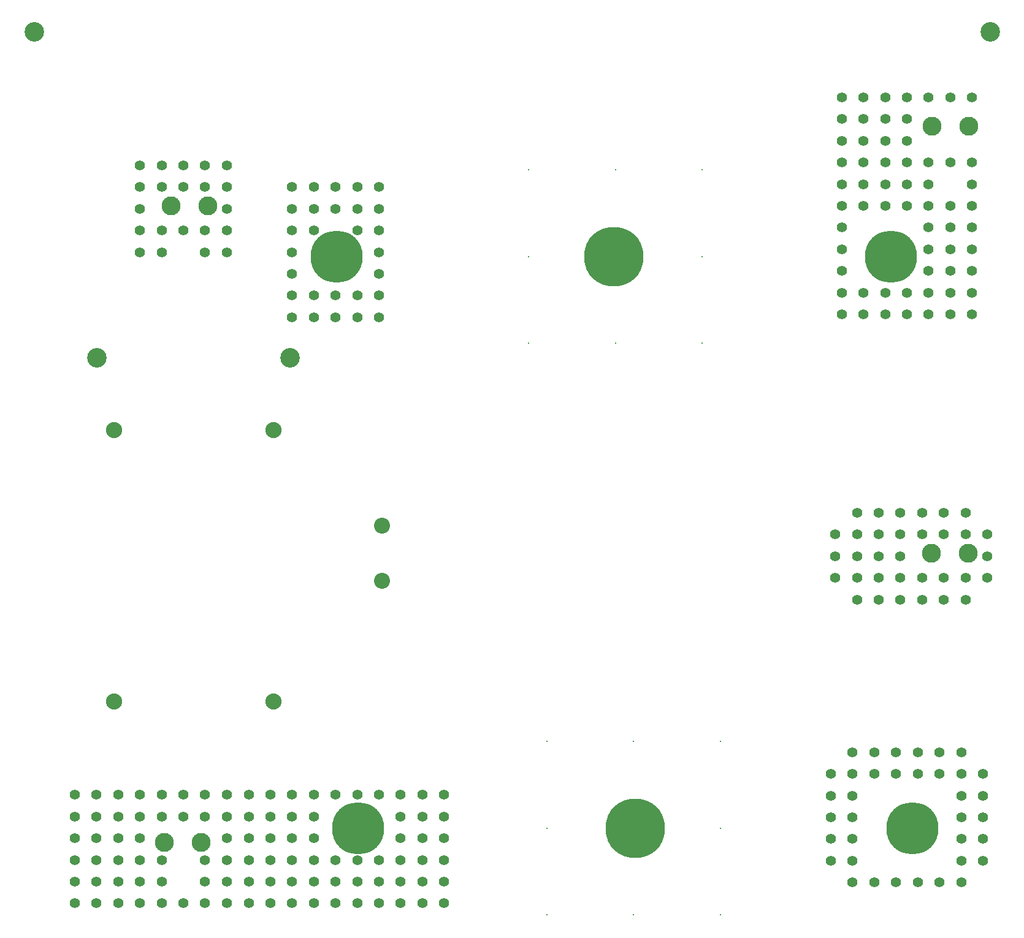
<source format=gts>
%FSTAX23Y23*%
%MOIN*%
%SFA1B1*%

%IPPOS*%
%ADD24C,0.086700*%
%ADD25C,0.103000*%
%ADD26C,0.106400*%
%ADD27C,0.088000*%
%ADD28C,0.323000*%
%ADD29C,0.283600*%
%ADD30C,0.008000*%
%ADD31C,0.055200*%
%LNr100.230.050.001-00_filtr2-1*%
%LPD*%
G54D24*
X01968Y02999D03*
Y03299D03*
G54D25*
X00784Y01574D03*
X00984D03*
X0496Y05472D03*
X0516D03*
X00823Y05039D03*
X01023D03*
X04957Y03149D03*
X05157D03*
G54D26*
X01469Y04212D03*
X00419D03*
X00078Y05984D03*
X05275D03*
G54D27*
X00511Y03818D03*
Y02342D03*
X01378Y03818D03*
Y02342D03*
G54D28*
X03228Y04763D03*
X03346Y01653D03*
G54D29*
X04734Y04763D03*
X01722D03*
X04852Y01653D03*
X0184D03*
G54D30*
X0371Y04291D03*
X03238D03*
X02765D03*
Y04763D03*
X0371D03*
X02765Y05236D03*
X03238D03*
X0371D03*
X02864Y01181D03*
X03336D03*
X03809D03*
X02864Y01653D03*
X03809D03*
Y02126D03*
X03336D03*
X02864D03*
G54D31*
X02307Y01834D03*
Y01716D03*
Y01598D03*
Y0148D03*
Y01362D03*
Y01244D03*
X02189Y01834D03*
Y01716D03*
Y01598D03*
Y0148D03*
Y01362D03*
Y01244D03*
X0207Y01834D03*
Y01716D03*
Y01598D03*
Y0148D03*
Y01362D03*
Y01244D03*
X01952Y01834D03*
Y0148D03*
Y01362D03*
Y01244D03*
X01834Y01834D03*
Y0148D03*
Y01362D03*
Y01244D03*
X01716Y01834D03*
Y0148D03*
Y01362D03*
Y01244D03*
X01598Y01834D03*
Y01716D03*
Y01598D03*
Y0148D03*
Y01362D03*
Y01244D03*
X0148Y01834D03*
Y01716D03*
Y01598D03*
Y0148D03*
Y01362D03*
Y01244D03*
X01362Y01834D03*
Y01716D03*
Y01598D03*
Y0148D03*
Y01362D03*
Y01244D03*
X01244Y01834D03*
Y01716D03*
Y01598D03*
Y0148D03*
Y01362D03*
Y01244D03*
X01126Y01834D03*
Y01716D03*
Y01598D03*
Y0148D03*
Y01362D03*
Y01244D03*
X01007Y01834D03*
Y01716D03*
Y0148D03*
Y01362D03*
Y01244D03*
X00889Y01834D03*
Y01716D03*
Y01244D03*
X00771Y01834D03*
Y01716D03*
Y0148D03*
Y01362D03*
Y01244D03*
X00653Y01834D03*
Y01716D03*
Y01598D03*
Y0148D03*
Y01362D03*
Y01244D03*
X00535Y01834D03*
Y01716D03*
Y01598D03*
Y0148D03*
Y01362D03*
Y01244D03*
X00417Y01834D03*
Y01716D03*
Y01598D03*
Y0148D03*
Y01362D03*
Y01244D03*
X00299Y01834D03*
Y01716D03*
Y01598D03*
Y0148D03*
Y01362D03*
Y01244D03*
X01952Y05141D03*
Y05023D03*
Y04905D03*
Y04787D03*
Y04669D03*
Y04551D03*
Y04433D03*
X01834Y05141D03*
Y05023D03*
Y04905D03*
Y04551D03*
Y04433D03*
X01716Y05141D03*
Y05023D03*
Y04551D03*
Y04433D03*
X01598Y05141D03*
Y05023D03*
Y04905D03*
Y04551D03*
Y04433D03*
X0148Y05141D03*
Y05023D03*
Y04905D03*
Y04787D03*
Y04669D03*
Y04551D03*
Y04433D03*
X01126Y05259D03*
Y05141D03*
Y05023D03*
Y04905D03*
Y04787D03*
X01007Y05259D03*
Y05141D03*
Y04905D03*
Y04787D03*
X00889Y05259D03*
Y05141D03*
Y04905D03*
X00771Y05259D03*
Y05141D03*
Y04905D03*
Y04787D03*
X00653Y05259D03*
Y05141D03*
Y05023D03*
Y04905D03*
Y04787D03*
X05259Y03252D03*
Y03133D03*
Y03015D03*
X05141Y0337D03*
Y03252D03*
Y03015D03*
Y02897D03*
X05023Y0337D03*
Y03252D03*
Y03015D03*
Y02897D03*
X04905Y0337D03*
Y03252D03*
Y03015D03*
Y02897D03*
X04787Y0337D03*
Y03252D03*
Y03133D03*
Y03015D03*
Y02897D03*
X04669Y0337D03*
Y03252D03*
Y03133D03*
Y03015D03*
Y02897D03*
X04551Y0337D03*
Y03252D03*
Y03133D03*
Y03015D03*
Y02897D03*
X04433Y03252D03*
Y03133D03*
Y03015D03*
X05236Y01948D03*
Y0183D03*
Y01712D03*
Y01594D03*
Y01476D03*
X05118Y02066D03*
Y01948D03*
Y0183D03*
Y01712D03*
Y01594D03*
Y01476D03*
Y01358D03*
X05Y02066D03*
Y01948D03*
Y01358D03*
X04881Y02066D03*
Y01948D03*
Y01358D03*
X04763Y02066D03*
Y01948D03*
Y01358D03*
X04645Y02066D03*
Y01948D03*
Y01358D03*
X04527Y02066D03*
Y01948D03*
Y0183D03*
Y01712D03*
Y01594D03*
Y01476D03*
Y01358D03*
X04409Y01948D03*
Y0183D03*
Y01712D03*
Y01594D03*
Y01476D03*
X05177Y05629D03*
Y05275D03*
Y05157D03*
Y05039D03*
Y04921D03*
Y04803D03*
Y04685D03*
Y04566D03*
Y04448D03*
X05059Y05629D03*
Y05275D03*
Y05039D03*
Y04921D03*
Y04803D03*
Y04685D03*
Y04566D03*
Y04448D03*
X0494Y05629D03*
Y05275D03*
Y05157D03*
Y05039D03*
Y04921D03*
Y04803D03*
Y04685D03*
Y04566D03*
Y04448D03*
X04822Y05629D03*
Y05511D03*
Y05393D03*
Y05275D03*
Y05157D03*
Y05039D03*
Y04566D03*
Y04448D03*
X04704Y05629D03*
Y05511D03*
Y05393D03*
Y05275D03*
Y05157D03*
Y05039D03*
Y04566D03*
Y04448D03*
X04586Y05629D03*
Y05511D03*
Y05393D03*
Y05275D03*
Y05157D03*
Y05039D03*
Y04566D03*
Y04448D03*
X04468Y05629D03*
Y05511D03*
Y05393D03*
Y05275D03*
Y05157D03*
Y05039D03*
Y04921D03*
Y04803D03*
Y04685D03*
Y04566D03*
Y04448D03*
M02*
</source>
